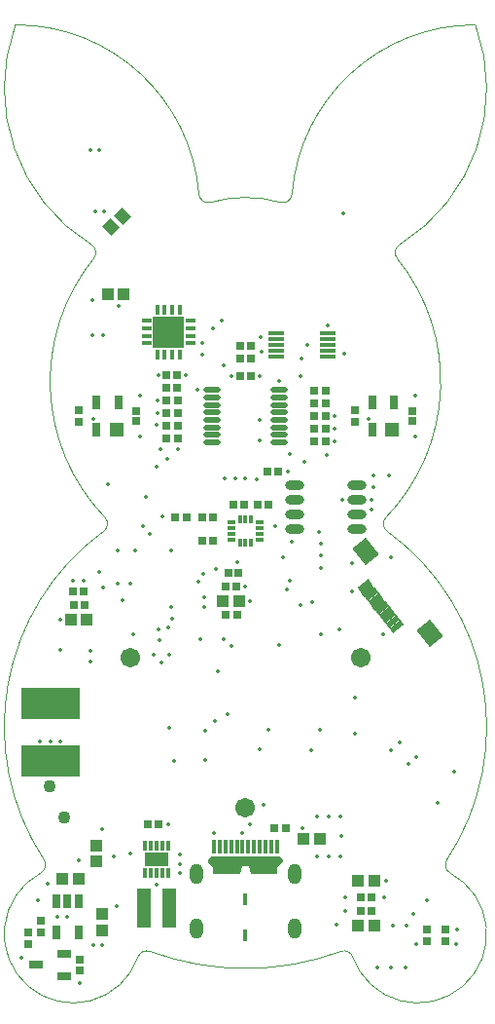
<source format=gbs>
G04*
G04 #@! TF.GenerationSoftware,Altium Limited,Altium Designer,24.2.2 (26)*
G04*
G04 Layer_Color=16711935*
%FSLAX25Y25*%
%MOIN*%
G70*
G04*
G04 #@! TF.SameCoordinates,A7374CB3-C572-496A-BD66-24450F52A8E5*
G04*
G04*
G04 #@! TF.FilePolarity,Negative*
G04*
G01*
G75*
%ADD10C,0.00394*%
%ADD46R,0.03162X0.03162*%
%ADD47R,0.03162X0.04737*%
%ADD49R,0.03162X0.03162*%
%ADD52R,0.02913X0.02913*%
%ADD54R,0.04737X0.03162*%
%ADD58R,0.04343X0.03950*%
%ADD67R,0.03950X0.04343*%
%ADD78C,0.02953*%
%ADD79C,0.02756*%
%ADD80O,0.04737X0.07099*%
%ADD81C,0.06706*%
%ADD82C,0.04343*%
%ADD83C,0.01378*%
%ADD116R,0.01181X0.04331*%
%ADD117R,0.01575X0.05118*%
G04:AMPARAMS|DCode=118|XSize=43.43mil|YSize=39.5mil|CornerRadius=0mil|HoleSize=0mil|Usage=FLASHONLY|Rotation=315.000|XOffset=0mil|YOffset=0mil|HoleType=Round|Shape=Rectangle|*
%AMROTATEDRECTD118*
4,1,4,-0.02932,0.00139,-0.00139,0.02932,0.02932,-0.00139,0.00139,-0.02932,-0.02932,0.00139,0.0*
%
%ADD118ROTATEDRECTD118*%

%ADD119R,0.02913X0.02913*%
%ADD120O,0.06509X0.03162*%
G04:AMPARAMS|DCode=121|XSize=19.81mil|YSize=47.37mil|CornerRadius=0mil|HoleSize=0mil|Usage=FLASHONLY|Rotation=308.500|XOffset=0mil|YOffset=0mil|HoleType=Round|Shape=Rectangle|*
%AMROTATEDRECTD121*
4,1,4,-0.02470,-0.00699,0.01237,0.02250,0.02470,0.00699,-0.01237,-0.02250,-0.02470,-0.00699,0.0*
%
%ADD121ROTATEDRECTD121*%

G04:AMPARAMS|DCode=122|XSize=72.96mil|YSize=59.18mil|CornerRadius=0mil|HoleSize=0mil|Usage=FLASHONLY|Rotation=308.500|XOffset=0mil|YOffset=0mil|HoleType=Round|Shape=Rectangle|*
%AMROTATEDRECTD122*
4,1,4,-0.04587,0.01013,0.00045,0.04697,0.04587,-0.01013,-0.00045,-0.04697,-0.04587,0.01013,0.0*
%
%ADD122ROTATEDRECTD122*%

%ADD123R,0.03051X0.01378*%
%ADD124R,0.01378X0.03051*%
%ADD125R,0.08268X0.04685*%
%ADD126R,0.01378X0.03347*%
%ADD127R,0.04737X0.13398*%
%ADD128R,0.02769X0.04737*%
%ADD129R,0.20485X0.10642*%
%ADD130O,0.03740X0.01575*%
%ADD131O,0.01575X0.03740*%
%ADD132R,0.10630X0.10630*%
%ADD133O,0.05709X0.01575*%
%ADD134R,0.04737X0.04737*%
%ADD135O,0.05906X0.02165*%
G36*
X391732Y422244D02*
X392520Y424803D01*
X394882D01*
X395669Y422244D01*
X404724D01*
Y424409D01*
X406496Y426181D01*
Y427165D01*
X405512Y428150D01*
X381890D01*
X380906Y427165D01*
Y426181D01*
X382677Y424409D01*
Y422244D01*
X391732Y422244D01*
D02*
G37*
D10*
X323529Y422418D02*
G03*
X324677Y426931I-1482J2779D01*
G01*
X345122Y539341D02*
G03*
X345538Y544077I-1851J2549D01*
G01*
X341703Y632690D02*
G03*
X345538Y544077I51998J-42139D01*
G01*
X345122Y539341D02*
G03*
X324677Y426931I48579J-66900D01*
G01*
X323529Y422418D02*
G03*
X356918Y393705I11116J-20843D01*
G01*
X441863Y544077D02*
G03*
X442279Y539341I2266J-2187D01*
G01*
X441863Y544077D02*
G03*
X445699Y632690I-48163J46474D01*
G01*
X462720Y426934D02*
G03*
X463873Y422411I2634J-1737D01*
G01*
X430485Y393705D02*
G03*
X463873Y422418I22273J7870D01*
G01*
X462725Y426931D02*
G03*
X442279Y539341I-69024J45510D01*
G01*
X393701Y389764D02*
G03*
X426423Y395611I0J94488D01*
G01*
X430483Y393705D02*
G03*
X426423Y395611I-2970J-1049D01*
G01*
X405642Y651864D02*
G03*
X393701Y653543I-11941J-41628D01*
G01*
X472540Y712599D02*
G03*
X409650Y654640I-99J-62992D01*
G01*
X405642Y651864D02*
G03*
X409650Y654640I868J3028D01*
G01*
X446490Y637353D02*
G03*
X472540Y712596I-33105J53592D01*
G01*
X446490Y637353D02*
G03*
X445699Y632690I1655J-2680D01*
G01*
X341703D02*
G03*
X340911Y637353I-2447J1983D01*
G01*
X314861Y712596D02*
G03*
X340911Y637353I59154J-21651D01*
G01*
X377751Y654640D02*
G03*
X381759Y651864I3140J252D01*
G01*
X377751Y654640D02*
G03*
X314861Y712599I-62791J-5033D01*
G01*
X393701Y653543D02*
G03*
X381759Y651864I0J-43307D01*
G01*
X360979Y395611D02*
G03*
X356918Y393705I-1091J-2955D01*
G01*
X360979Y395611D02*
G03*
X393701Y389764I32722J88641D01*
G01*
D46*
X403543Y437795D02*
D03*
X407480D02*
D03*
X370472Y579921D02*
D03*
X366535D02*
D03*
X417323Y587402D02*
D03*
X421260D02*
D03*
X369685Y544095D02*
D03*
X373622D02*
D03*
X378740D02*
D03*
X382677D02*
D03*
X378740Y536221D02*
D03*
X382677D02*
D03*
X386815Y510630D02*
D03*
X390752D02*
D03*
X421260Y583071D02*
D03*
X417323D02*
D03*
X421260Y578740D02*
D03*
X417323D02*
D03*
X370472Y571260D02*
D03*
X366535D02*
D03*
X421260Y574409D02*
D03*
X417323D02*
D03*
X366535Y584252D02*
D03*
X370472D02*
D03*
X366535Y575591D02*
D03*
X370472D02*
D03*
X417323Y570079D02*
D03*
X421260D02*
D03*
D47*
X437205Y574016D02*
D03*
Y583465D02*
D03*
X444685D02*
D03*
X342717Y574016D02*
D03*
Y583465D02*
D03*
X350197D02*
D03*
D49*
X319291Y402165D02*
D03*
Y398228D02*
D03*
X337008Y392913D02*
D03*
Y388976D02*
D03*
X323622Y406102D02*
D03*
Y402165D02*
D03*
X431102Y580709D02*
D03*
Y576772D02*
D03*
X336614Y580709D02*
D03*
Y576772D02*
D03*
X455904Y399189D02*
D03*
Y403126D02*
D03*
X462205Y399213D02*
D03*
Y403150D02*
D03*
D52*
X450787Y580551D02*
D03*
Y576929D02*
D03*
X356299Y580551D02*
D03*
Y576929D02*
D03*
D54*
X331496Y394685D02*
D03*
Y387205D02*
D03*
X322047Y390945D02*
D03*
D58*
X342520Y426378D02*
D03*
Y431890D02*
D03*
X344488Y402756D02*
D03*
Y408268D02*
D03*
D67*
X346457Y620472D02*
D03*
X351969D02*
D03*
X333858Y509055D02*
D03*
X339370D02*
D03*
X413583Y434055D02*
D03*
X419095D02*
D03*
X336417Y420276D02*
D03*
X330906D02*
D03*
X432283Y419685D02*
D03*
X437795D02*
D03*
X432283Y404331D02*
D03*
X437795D02*
D03*
X391539Y515354D02*
D03*
X386028D02*
D03*
D78*
X404724Y426496D02*
D03*
X401575D02*
D03*
X403150Y423740D02*
D03*
X395276Y426496D02*
D03*
X396850Y423740D02*
D03*
X398425Y426496D02*
D03*
X392126D02*
D03*
X390551Y423740D02*
D03*
X388976Y426496D02*
D03*
X387402Y423740D02*
D03*
X385827Y426496D02*
D03*
X384252Y423740D02*
D03*
X382677Y426496D02*
D03*
D79*
X400000Y423740D02*
D03*
D80*
X410512Y403346D02*
D03*
X376890Y421969D02*
D03*
Y403346D02*
D03*
X410512Y421969D02*
D03*
D81*
X354331Y496063D02*
D03*
X393701Y444882D02*
D03*
X433071Y496063D02*
D03*
D82*
X326638Y452203D02*
D03*
X331630Y441498D02*
D03*
D83*
X395276Y515354D02*
D03*
X442913Y558268D02*
D03*
X443701Y530315D02*
D03*
X400000Y445669D02*
D03*
X330315Y498819D02*
D03*
X316929Y393307D02*
D03*
X448819Y404331D02*
D03*
X451279Y408563D02*
D03*
X337008Y384646D02*
D03*
X329183Y407480D02*
D03*
X322441Y412992D02*
D03*
X325984Y418898D02*
D03*
X444095Y404331D02*
D03*
X425984Y505905D02*
D03*
X419488Y503937D02*
D03*
X340551Y494882D02*
D03*
X355118Y503937D02*
D03*
X424803Y404724D02*
D03*
X413779Y562992D02*
D03*
X364567Y567323D02*
D03*
X363386Y561417D02*
D03*
X366929Y564173D02*
D03*
X359449Y551181D02*
D03*
X358661Y540945D02*
D03*
X355906Y532874D02*
D03*
X370472Y567323D02*
D03*
X351575Y515748D02*
D03*
X340551Y498425D02*
D03*
X346457Y555512D02*
D03*
X363779Y505905D02*
D03*
X367323Y506299D02*
D03*
X437402Y558268D02*
D03*
X412992Y598425D02*
D03*
X367323Y607480D02*
D03*
X378740Y603642D02*
D03*
X350394Y616535D02*
D03*
X341339Y618504D02*
D03*
X344882Y606299D02*
D03*
X341339D02*
D03*
X345276Y648819D02*
D03*
X342126D02*
D03*
X343701Y669685D02*
D03*
X340551D02*
D03*
X427559Y600000D02*
D03*
X421752Y609842D02*
D03*
X427165Y648032D02*
D03*
X414961Y603150D02*
D03*
X383071Y474409D02*
D03*
X431102Y470079D02*
D03*
Y482283D02*
D03*
X386221Y596063D02*
D03*
X385433Y611319D02*
D03*
X382677Y608760D02*
D03*
X378740Y599902D02*
D03*
X377165Y587795D02*
D03*
X430315Y518898D02*
D03*
X440945Y503937D02*
D03*
X412598Y514173D02*
D03*
X419488Y526772D02*
D03*
X446457Y466929D02*
D03*
X406693Y530315D02*
D03*
X443504Y464567D02*
D03*
X452362Y462205D02*
D03*
X405118Y500394D02*
D03*
X449409Y459842D02*
D03*
X430315Y528346D02*
D03*
X323228Y467323D02*
D03*
X330315D02*
D03*
X326772D02*
D03*
X344488Y437402D02*
D03*
X336417Y426772D02*
D03*
X369291Y460630D02*
D03*
X361024Y427165D02*
D03*
X371063Y428740D02*
D03*
Y425591D02*
D03*
Y422441D02*
D03*
X349606Y411024D02*
D03*
X367717Y472047D02*
D03*
X379937Y471242D02*
D03*
X379921Y461024D02*
D03*
X387402Y476772D02*
D03*
X413386Y437795D02*
D03*
X426181Y428150D02*
D03*
Y441732D02*
D03*
X422244D02*
D03*
X418307D02*
D03*
X426575Y435236D02*
D03*
X465747Y398055D02*
D03*
X452362Y398031D02*
D03*
X466142Y403150D02*
D03*
X455905Y412992D02*
D03*
X419685Y535039D02*
D03*
X401575Y471299D02*
D03*
X368504Y509449D02*
D03*
X361024Y538583D02*
D03*
X350000Y532874D02*
D03*
X365354Y544488D02*
D03*
X354331Y521457D02*
D03*
X350000D02*
D03*
X418898Y538976D02*
D03*
X409449Y535827D02*
D03*
X364173Y501968D02*
D03*
X384252Y491339D02*
D03*
X367717Y497244D02*
D03*
X364961Y494488D02*
D03*
X362205Y497244D02*
D03*
X378346Y502362D02*
D03*
X409055Y522441D02*
D03*
X407874Y519291D02*
D03*
X409055Y565748D02*
D03*
X388976Y500000D02*
D03*
X386221Y502362D02*
D03*
X343701Y525591D02*
D03*
X344882Y520079D02*
D03*
X338268Y522441D02*
D03*
X330315Y509055D02*
D03*
X334646Y522441D02*
D03*
X437402Y554331D02*
D03*
X436890Y546850D02*
D03*
X437008Y550138D02*
D03*
X426772D02*
D03*
X421654Y565354D02*
D03*
X390748Y528925D02*
D03*
X386614Y557480D02*
D03*
X390158D02*
D03*
X403937Y540945D02*
D03*
X397638Y557087D02*
D03*
X393701Y520472D02*
D03*
X383465Y526378D02*
D03*
X412598Y592520D02*
D03*
X398425Y570472D02*
D03*
Y577559D02*
D03*
X419488Y531102D02*
D03*
X416536Y515158D02*
D03*
X424213Y570079D02*
D03*
X424213Y574409D02*
D03*
X416308Y464525D02*
D03*
X419261Y471415D02*
D03*
X398622Y464724D02*
D03*
X368110Y532874D02*
D03*
X363740Y592913D02*
D03*
X373268Y592677D02*
D03*
X398819Y605905D02*
D03*
X399213Y600787D02*
D03*
X451969Y571654D02*
D03*
Y585827D02*
D03*
X435945Y577855D02*
D03*
X341457D02*
D03*
X357480Y585827D02*
D03*
Y571654D02*
D03*
X408268Y559842D02*
D03*
X393701Y557480D02*
D03*
X363382Y575634D02*
D03*
X363583Y579921D02*
D03*
Y584252D02*
D03*
X405315Y590650D02*
D03*
X388937Y592520D02*
D03*
X398465Y592520D02*
D03*
X424213Y578740D02*
D03*
X392717Y436221D02*
D03*
X377559Y522047D02*
D03*
X379134Y524803D02*
D03*
X379528Y513386D02*
D03*
X368110D02*
D03*
X379724Y516732D02*
D03*
X465354Y457087D02*
D03*
X459449Y446457D02*
D03*
X427953Y409449D02*
D03*
X441339Y414173D02*
D03*
X441732Y419685D02*
D03*
X427953Y414173D02*
D03*
X422244Y428150D02*
D03*
X418307D02*
D03*
X367126Y438976D02*
D03*
X354331Y429134D02*
D03*
X341535Y397638D02*
D03*
X344488D02*
D03*
X348425Y428150D02*
D03*
X332677Y407480D02*
D03*
X363189Y418307D02*
D03*
X382874Y436221D02*
D03*
X395276Y438976D02*
D03*
X438976Y390158D02*
D03*
X443701Y390158D02*
D03*
X448425D02*
D03*
D116*
X393701Y401181D02*
D03*
Y413386D02*
D03*
D117*
X382874Y431417D02*
D03*
X384842D02*
D03*
X386811D02*
D03*
X388779D02*
D03*
X390748D02*
D03*
X392717D02*
D03*
X394685D02*
D03*
X396654D02*
D03*
X398622D02*
D03*
X400591D02*
D03*
X402559D02*
D03*
X404528D02*
D03*
D118*
X347658Y643327D02*
D03*
X351555Y647224D02*
D03*
D119*
X334646Y518898D02*
D03*
X338268D02*
D03*
X370315Y588583D02*
D03*
X366693D02*
D03*
X370315Y592913D02*
D03*
X366693D02*
D03*
X391890Y602756D02*
D03*
X395512D02*
D03*
X391890Y598425D02*
D03*
X395512D02*
D03*
X404961Y559842D02*
D03*
X401338D02*
D03*
X334803Y514173D02*
D03*
X338425D02*
D03*
X397795Y548425D02*
D03*
X401417D02*
D03*
X389528D02*
D03*
X393150D02*
D03*
X360394Y438976D02*
D03*
X364016D02*
D03*
X433228Y409449D02*
D03*
X436850D02*
D03*
X433228Y414173D02*
D03*
X436850D02*
D03*
X390595Y520472D02*
D03*
X386972D02*
D03*
X391377Y525150D02*
D03*
X387755D02*
D03*
X395512Y592520D02*
D03*
X391890D02*
D03*
D120*
X410532Y540138D02*
D03*
Y545138D02*
D03*
X410532Y550138D02*
D03*
X410532Y555138D02*
D03*
X431988Y540138D02*
D03*
Y545138D02*
D03*
Y550138D02*
D03*
X431988Y555138D02*
D03*
D121*
X445501Y506881D02*
D03*
X444275Y508421D02*
D03*
X443050Y509962D02*
D03*
X441824Y511503D02*
D03*
X440599Y513043D02*
D03*
X434472Y520746D02*
D03*
X435697Y519205D02*
D03*
X436923Y517665D02*
D03*
X438148Y516124D02*
D03*
X439374Y514584D02*
D03*
D122*
X434750Y532412D02*
D03*
X456931Y504528D02*
D03*
D123*
X388730Y538386D02*
D03*
Y536417D02*
D03*
Y540354D02*
D03*
Y542323D02*
D03*
X398671D02*
D03*
Y540354D02*
D03*
Y538386D02*
D03*
Y536417D02*
D03*
D124*
X391732Y543356D02*
D03*
X393701D02*
D03*
X395669D02*
D03*
Y535384D02*
D03*
X393701D02*
D03*
X391732D02*
D03*
D125*
X363189Y427165D02*
D03*
D126*
X359252Y431890D02*
D03*
X361221D02*
D03*
X363189D02*
D03*
X365158D02*
D03*
X367126D02*
D03*
X359252Y422441D02*
D03*
X361221Y422441D02*
D03*
X363189D02*
D03*
X365158Y422441D02*
D03*
X367126D02*
D03*
D127*
X358858Y410433D02*
D03*
X367520D02*
D03*
D128*
X328937Y402165D02*
D03*
X336417D02*
D03*
Y412795D02*
D03*
X332677Y412795D02*
D03*
X328937Y412795D02*
D03*
D129*
X326772Y460630D02*
D03*
Y480315D02*
D03*
D130*
X374902Y611319D02*
D03*
Y608760D02*
D03*
Y606201D02*
D03*
Y603642D02*
D03*
X359744D02*
D03*
Y606201D02*
D03*
Y608760D02*
D03*
Y611319D02*
D03*
D131*
X371161Y599902D02*
D03*
X368602D02*
D03*
X366043D02*
D03*
X363484D02*
D03*
Y615059D02*
D03*
X366043D02*
D03*
X368602D02*
D03*
X371161D02*
D03*
D132*
X367323Y607480D02*
D03*
D133*
X421752Y607087D02*
D03*
Y605118D02*
D03*
Y603150D02*
D03*
Y601181D02*
D03*
Y599213D02*
D03*
X404232Y607087D02*
D03*
Y605118D02*
D03*
Y603150D02*
D03*
Y601181D02*
D03*
Y599213D02*
D03*
D134*
X443898Y574016D02*
D03*
X349410D02*
D03*
D135*
X382087Y569783D02*
D03*
Y572342D02*
D03*
Y574902D02*
D03*
Y577461D02*
D03*
Y580020D02*
D03*
Y582579D02*
D03*
Y585138D02*
D03*
Y587697D02*
D03*
X405315Y569783D02*
D03*
Y572342D02*
D03*
Y574902D02*
D03*
Y577461D02*
D03*
Y580020D02*
D03*
Y582579D02*
D03*
Y585138D02*
D03*
Y587697D02*
D03*
M02*

</source>
